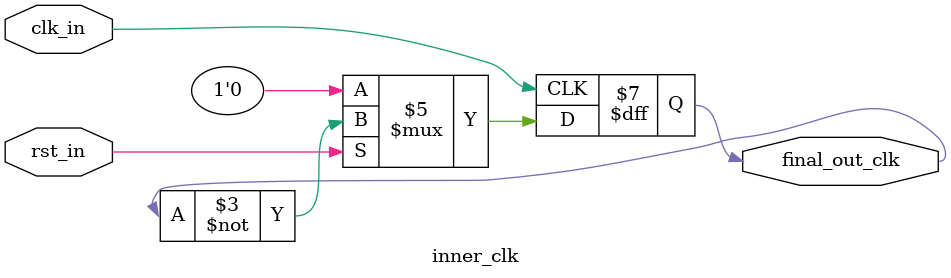
<source format=v>
`timescale 1ns / 1ps
module inner_clk(
    input clk_in,
    input rst_in,
    output reg final_out_clk
    );

always @ (posedge clk_in)
begin
if (~rst_in) final_out_clk <= 0;
else final_out_clk <= ~final_out_clk;
end

endmodule

</source>
